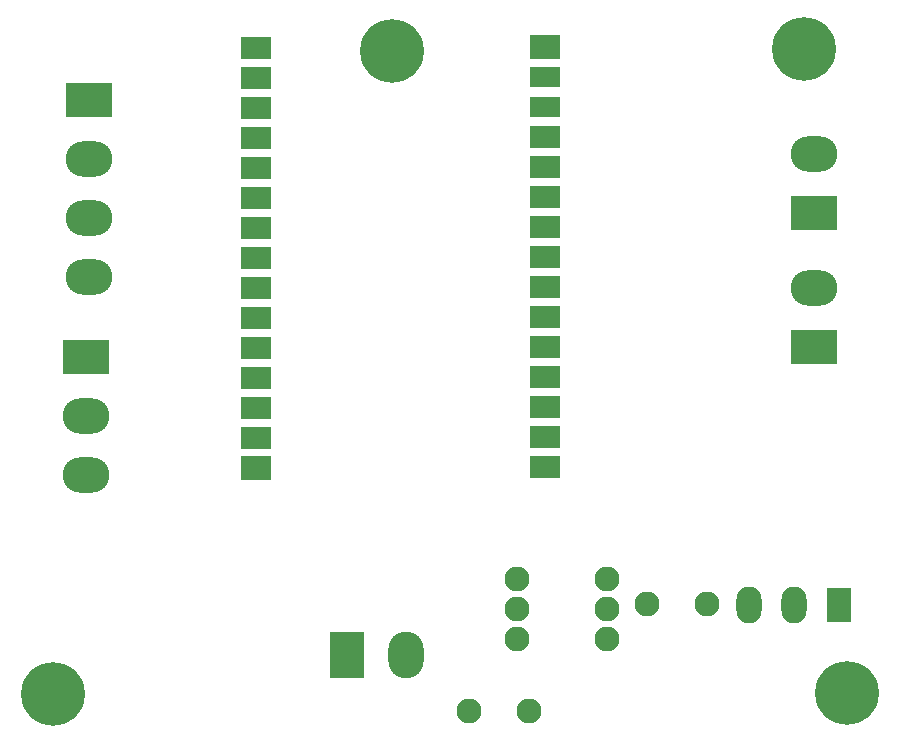
<source format=gbr>
%TF.GenerationSoftware,KiCad,Pcbnew,7.0.6*%
%TF.CreationDate,2023-08-24T16:04:53-05:00*%
%TF.ProjectId,basic_decoration_pcb,62617369-635f-4646-9563-6f726174696f,rev?*%
%TF.SameCoordinates,Original*%
%TF.FileFunction,Soldermask,Top*%
%TF.FilePolarity,Negative*%
%FSLAX46Y46*%
G04 Gerber Fmt 4.6, Leading zero omitted, Abs format (unit mm)*
G04 Created by KiCad (PCBNEW 7.0.6) date 2023-08-24 16:04:53*
%MOMM*%
%LPD*%
G01*
G04 APERTURE LIST*
%ADD10R,3.960000X3.000000*%
%ADD11O,3.960000X3.000000*%
%ADD12C,5.400000*%
%ADD13R,2.540000X2.100000*%
%ADD14R,2.540000X1.740000*%
%ADD15R,2.540000X1.950000*%
%ADD16R,2.540000X2.000000*%
%ADD17R,2.125000X3.000000*%
%ADD18O,2.125000X3.125000*%
%ADD19R,3.000000X3.960000*%
%ADD20O,3.000000X3.960000*%
%ADD21C,2.125000*%
%ADD22O,2.125000X2.125000*%
G04 APERTURE END LIST*
D10*
%TO.C,J_AC_INPUT1*%
X219583000Y-78279000D03*
D11*
X219583000Y-73279000D03*
%TD*%
D10*
%TO.C,J_AC_LOAD1*%
X219583000Y-66929000D03*
D11*
X219583000Y-61929000D03*
%TD*%
D10*
%TO.C,Screen1*%
X158227000Y-57390000D03*
D11*
X158227000Y-62390000D03*
X158227000Y-67390000D03*
X158227000Y-72390000D03*
%TD*%
D10*
%TO.C,J3*%
X157973000Y-79154000D03*
D11*
X157973000Y-84154000D03*
X157973000Y-89154000D03*
%TD*%
D12*
%TO.C,H1*%
X218785560Y-53086000D03*
%TD*%
%TO.C,H3*%
X155194000Y-107696000D03*
%TD*%
D13*
%TO.C,J_esp0*%
X196861960Y-52865800D03*
D14*
X196861960Y-55405800D03*
X196861960Y-57945800D03*
D15*
X196861960Y-60485800D03*
X196861960Y-63025800D03*
X196861960Y-65565800D03*
X196861960Y-68105800D03*
X196861960Y-70645800D03*
X196861960Y-73185800D03*
X196861960Y-75725800D03*
X196861960Y-78265800D03*
X196861960Y-80805800D03*
X196861960Y-83345800D03*
X196861960Y-85885800D03*
X196861960Y-88425800D03*
%TD*%
D16*
%TO.C,J_esp1*%
X172321460Y-88504800D03*
D15*
X172321460Y-85964800D03*
X172321460Y-83424800D03*
X172321460Y-80884800D03*
X172321460Y-78344800D03*
X172321460Y-75804800D03*
X172321460Y-73264800D03*
X172321460Y-70724800D03*
X172321460Y-68184800D03*
X172321460Y-65644800D03*
X172321460Y-63104800D03*
X172321460Y-60564800D03*
X172321460Y-58024800D03*
X172321460Y-55484800D03*
X172321460Y-52944800D03*
%TD*%
D12*
%TO.C,H2*%
X222417760Y-107569000D03*
%TD*%
%TO.C,H4*%
X183896000Y-53213000D03*
%TD*%
D17*
%TO.C,Q1*%
X221727000Y-100118250D03*
D18*
X217917000Y-100118250D03*
X214107000Y-100118250D03*
%TD*%
D19*
%TO.C,5V1*%
X180071000Y-104394000D03*
D20*
X185071000Y-104394000D03*
%TD*%
D21*
%TO.C,R2*%
X205492250Y-100076000D03*
D22*
X210572250Y-100076000D03*
%TD*%
D21*
%TO.C,U1*%
X194437000Y-102997000D03*
X194437000Y-100457000D03*
X194437000Y-97917000D03*
X202057000Y-97917000D03*
X202057000Y-100457000D03*
X202057000Y-102997000D03*
%TD*%
%TO.C,R1*%
X190379250Y-109093000D03*
D22*
X195459250Y-109093000D03*
%TD*%
M02*

</source>
